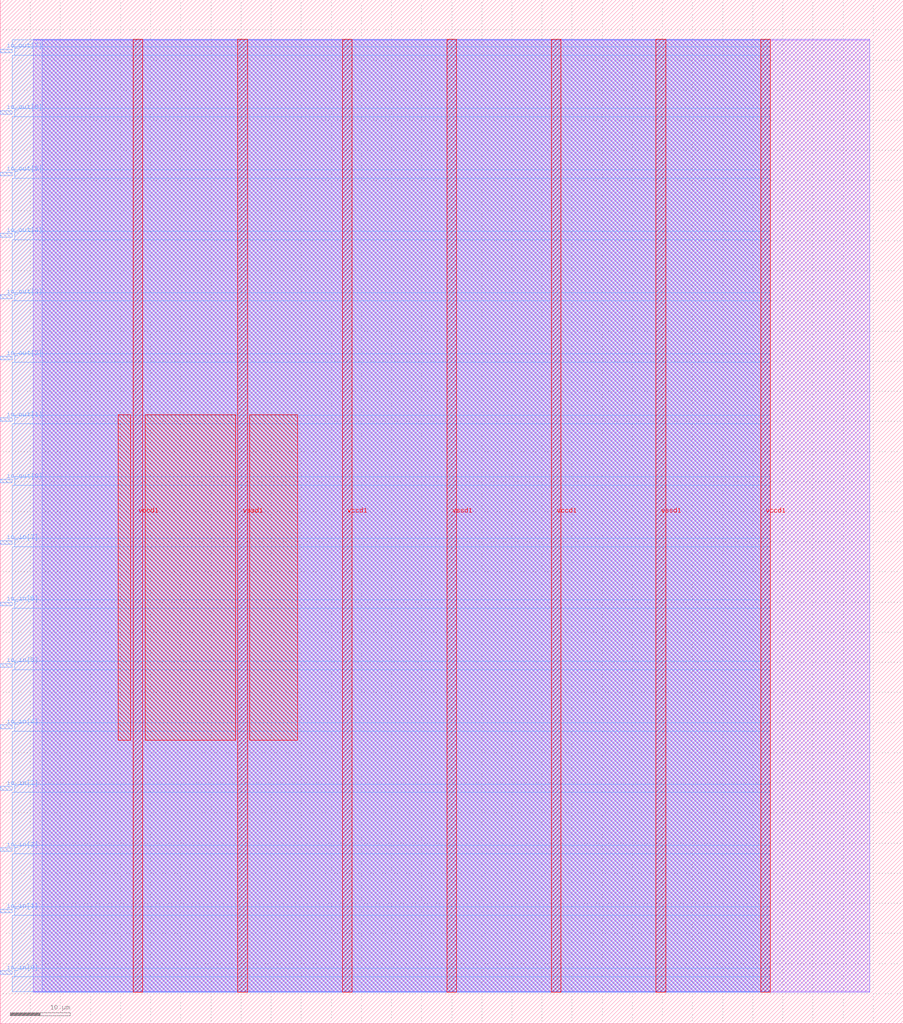
<source format=lef>
VERSION 5.7 ;
  NOWIREEXTENSIONATPIN ON ;
  DIVIDERCHAR "/" ;
  BUSBITCHARS "[]" ;
MACRO mbikovitsky_top
  CLASS BLOCK ;
  FOREIGN mbikovitsky_top ;
  ORIGIN 0.000 0.000 ;
  SIZE 150.000 BY 170.000 ;
  PIN io_in[0]
    DIRECTION INPUT ;
    USE SIGNAL ;
    PORT
      LAYER met3 ;
        RECT 0.000 8.200 2.000 8.800 ;
    END
  END io_in[0]
  PIN io_in[1]
    DIRECTION INPUT ;
    USE SIGNAL ;
    PORT
      LAYER met3 ;
        RECT 0.000 18.400 2.000 19.000 ;
    END
  END io_in[1]
  PIN io_in[2]
    DIRECTION INPUT ;
    USE SIGNAL ;
    PORT
      LAYER met3 ;
        RECT 0.000 28.600 2.000 29.200 ;
    END
  END io_in[2]
  PIN io_in[3]
    DIRECTION INPUT ;
    USE SIGNAL ;
    PORT
      LAYER met3 ;
        RECT 0.000 38.800 2.000 39.400 ;
    END
  END io_in[3]
  PIN io_in[4]
    DIRECTION INPUT ;
    USE SIGNAL ;
    PORT
      LAYER met3 ;
        RECT 0.000 49.000 2.000 49.600 ;
    END
  END io_in[4]
  PIN io_in[5]
    DIRECTION INPUT ;
    USE SIGNAL ;
    PORT
      LAYER met3 ;
        RECT 0.000 59.200 2.000 59.800 ;
    END
  END io_in[5]
  PIN io_in[6]
    DIRECTION INPUT ;
    USE SIGNAL ;
    PORT
      LAYER met3 ;
        RECT 0.000 69.400 2.000 70.000 ;
    END
  END io_in[6]
  PIN io_in[7]
    DIRECTION INPUT ;
    USE SIGNAL ;
    PORT
      LAYER met3 ;
        RECT 0.000 79.600 2.000 80.200 ;
    END
  END io_in[7]
  PIN io_out[0]
    DIRECTION OUTPUT TRISTATE ;
    USE SIGNAL ;
    PORT
      LAYER met3 ;
        RECT 0.000 89.800 2.000 90.400 ;
    END
  END io_out[0]
  PIN io_out[1]
    DIRECTION OUTPUT TRISTATE ;
    USE SIGNAL ;
    PORT
      LAYER met3 ;
        RECT 0.000 100.000 2.000 100.600 ;
    END
  END io_out[1]
  PIN io_out[2]
    DIRECTION OUTPUT TRISTATE ;
    USE SIGNAL ;
    PORT
      LAYER met3 ;
        RECT 0.000 110.200 2.000 110.800 ;
    END
  END io_out[2]
  PIN io_out[3]
    DIRECTION OUTPUT TRISTATE ;
    USE SIGNAL ;
    PORT
      LAYER met3 ;
        RECT 0.000 120.400 2.000 121.000 ;
    END
  END io_out[3]
  PIN io_out[4]
    DIRECTION OUTPUT TRISTATE ;
    USE SIGNAL ;
    PORT
      LAYER met3 ;
        RECT 0.000 130.600 2.000 131.200 ;
    END
  END io_out[4]
  PIN io_out[5]
    DIRECTION OUTPUT TRISTATE ;
    USE SIGNAL ;
    PORT
      LAYER met3 ;
        RECT 0.000 140.800 2.000 141.400 ;
    END
  END io_out[5]
  PIN io_out[6]
    DIRECTION OUTPUT TRISTATE ;
    USE SIGNAL ;
    PORT
      LAYER met3 ;
        RECT 0.000 151.000 2.000 151.600 ;
    END
  END io_out[6]
  PIN io_out[7]
    DIRECTION OUTPUT TRISTATE ;
    USE SIGNAL ;
    PORT
      LAYER met3 ;
        RECT 0.000 161.200 2.000 161.800 ;
    END
  END io_out[7]
  PIN vccd1
    DIRECTION INOUT ;
    USE POWER ;
    PORT
      LAYER met4 ;
        RECT 22.090 5.200 23.690 163.440 ;
    END
    PORT
      LAYER met4 ;
        RECT 56.830 5.200 58.430 163.440 ;
    END
    PORT
      LAYER met4 ;
        RECT 91.570 5.200 93.170 163.440 ;
    END
    PORT
      LAYER met4 ;
        RECT 126.310 5.200 127.910 163.440 ;
    END
  END vccd1
  PIN vssd1
    DIRECTION INOUT ;
    USE GROUND ;
    PORT
      LAYER met4 ;
        RECT 39.460 5.200 41.060 163.440 ;
    END
    PORT
      LAYER met4 ;
        RECT 74.200 5.200 75.800 163.440 ;
    END
    PORT
      LAYER met4 ;
        RECT 108.940 5.200 110.540 163.440 ;
    END
  END vssd1
  OBS
      LAYER li1 ;
        RECT 5.520 5.355 144.440 163.285 ;
      LAYER met1 ;
        RECT 5.520 5.200 144.440 163.440 ;
      LAYER met2 ;
        RECT 7.000 5.255 127.880 163.385 ;
      LAYER met3 ;
        RECT 2.000 162.200 127.900 163.365 ;
        RECT 2.400 160.800 127.900 162.200 ;
        RECT 2.000 152.000 127.900 160.800 ;
        RECT 2.400 150.600 127.900 152.000 ;
        RECT 2.000 141.800 127.900 150.600 ;
        RECT 2.400 140.400 127.900 141.800 ;
        RECT 2.000 131.600 127.900 140.400 ;
        RECT 2.400 130.200 127.900 131.600 ;
        RECT 2.000 121.400 127.900 130.200 ;
        RECT 2.400 120.000 127.900 121.400 ;
        RECT 2.000 111.200 127.900 120.000 ;
        RECT 2.400 109.800 127.900 111.200 ;
        RECT 2.000 101.000 127.900 109.800 ;
        RECT 2.400 99.600 127.900 101.000 ;
        RECT 2.000 90.800 127.900 99.600 ;
        RECT 2.400 89.400 127.900 90.800 ;
        RECT 2.000 80.600 127.900 89.400 ;
        RECT 2.400 79.200 127.900 80.600 ;
        RECT 2.000 70.400 127.900 79.200 ;
        RECT 2.400 69.000 127.900 70.400 ;
        RECT 2.000 60.200 127.900 69.000 ;
        RECT 2.400 58.800 127.900 60.200 ;
        RECT 2.000 50.000 127.900 58.800 ;
        RECT 2.400 48.600 127.900 50.000 ;
        RECT 2.000 39.800 127.900 48.600 ;
        RECT 2.400 38.400 127.900 39.800 ;
        RECT 2.000 29.600 127.900 38.400 ;
        RECT 2.400 28.200 127.900 29.600 ;
        RECT 2.000 19.400 127.900 28.200 ;
        RECT 2.400 18.000 127.900 19.400 ;
        RECT 2.000 9.200 127.900 18.000 ;
        RECT 2.400 7.800 127.900 9.200 ;
        RECT 2.000 5.275 127.900 7.800 ;
      LAYER met4 ;
        RECT 19.615 47.095 21.690 101.145 ;
        RECT 24.090 47.095 39.060 101.145 ;
        RECT 41.460 47.095 49.385 101.145 ;
  END
END mbikovitsky_top
END LIBRARY


</source>
